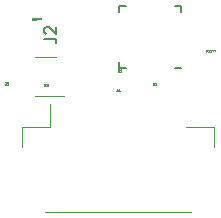
<source format=gbr>
G04 #@! TF.GenerationSoftware,KiCad,Pcbnew,5.0.1-33cea8e~67~ubuntu16.04.1*
G04 #@! TF.CreationDate,2018-10-18T10:52:16-04:00*
G04 #@! TF.ProjectId,IMU Breakout,494D5520427265616B6F75742E6B6963,rev?*
G04 #@! TF.SameCoordinates,Original*
G04 #@! TF.FileFunction,Legend,Top*
G04 #@! TF.FilePolarity,Positive*
%FSLAX46Y46*%
G04 Gerber Fmt 4.6, Leading zero omitted, Abs format (unit mm)*
G04 Created by KiCad (PCBNEW 5.0.1-33cea8e~67~ubuntu16.04.1) date Thu 18 Oct 2018 10:52:16 AM EDT*
%MOMM*%
%LPD*%
G01*
G04 APERTURE LIST*
%ADD10C,0.120000*%
%ADD11C,0.150000*%
%ADD12C,0.025000*%
G04 APERTURE END LIST*
D10*
G04 #@! TO.C,J1*
X2190000Y-14210000D02*
X2190000Y-12510000D01*
X2190000Y-12510000D02*
X4540000Y-12510000D01*
X4540000Y-12510000D02*
X4540000Y-10570000D01*
X18410000Y-14210000D02*
X18410000Y-12510000D01*
X18410000Y-12510000D02*
X16060000Y-12510000D01*
X4110000Y-19680000D02*
X16490000Y-19680000D01*
D11*
G04 #@! TO.C,U1*
X10425000Y-7485000D02*
X10425000Y-6960000D01*
X15675000Y-2235000D02*
X15675000Y-2760000D01*
X10425000Y-2235000D02*
X10425000Y-2760000D01*
X15675000Y-7485000D02*
X15150000Y-7485000D01*
X15675000Y-2235000D02*
X15150000Y-2235000D01*
X10425000Y-2235000D02*
X10950000Y-2235000D01*
X10425000Y-7485000D02*
X10950000Y-7485000D01*
D10*
G04 #@! TO.C,U3*
X5050000Y-6590000D02*
X3250000Y-6590000D01*
X3250000Y-9810000D02*
X5700000Y-9810000D01*
G04 #@! TO.C,C6*
D12*
X951428Y-8833333D02*
X960952Y-8842857D01*
X970476Y-8871428D01*
X970476Y-8890476D01*
X960952Y-8919047D01*
X941904Y-8938095D01*
X922857Y-8947619D01*
X884761Y-8957142D01*
X856190Y-8957142D01*
X818095Y-8947619D01*
X799047Y-8938095D01*
X780000Y-8919047D01*
X770476Y-8890476D01*
X770476Y-8871428D01*
X780000Y-8842857D01*
X789523Y-8833333D01*
X770476Y-8661904D02*
X770476Y-8700000D01*
X780000Y-8719047D01*
X789523Y-8728571D01*
X818095Y-8747619D01*
X856190Y-8757142D01*
X932380Y-8757142D01*
X951428Y-8747619D01*
X960952Y-8738095D01*
X970476Y-8719047D01*
X970476Y-8680952D01*
X960952Y-8661904D01*
X951428Y-8652380D01*
X932380Y-8642857D01*
X884761Y-8642857D01*
X865714Y-8652380D01*
X856190Y-8661904D01*
X846666Y-8680952D01*
X846666Y-8719047D01*
X856190Y-8738095D01*
X865714Y-8747619D01*
X884761Y-8757142D01*
G04 #@! TO.C,J1*
X10233333Y-9260476D02*
X10233333Y-9403333D01*
X10223809Y-9431904D01*
X10204761Y-9450952D01*
X10176190Y-9460476D01*
X10157142Y-9460476D01*
X10433333Y-9460476D02*
X10319047Y-9460476D01*
X10376190Y-9460476D02*
X10376190Y-9260476D01*
X10357142Y-9289047D01*
X10338095Y-9308095D01*
X10319047Y-9317619D01*
G04 #@! TO.C,U1*
X10267619Y-7600476D02*
X10267619Y-7762380D01*
X10277142Y-7781428D01*
X10286666Y-7790952D01*
X10305714Y-7800476D01*
X10343809Y-7800476D01*
X10362857Y-7790952D01*
X10372380Y-7781428D01*
X10381904Y-7762380D01*
X10381904Y-7600476D01*
X10581904Y-7800476D02*
X10467619Y-7800476D01*
X10524761Y-7800476D02*
X10524761Y-7600476D01*
X10505714Y-7629047D01*
X10486666Y-7648095D01*
X10467619Y-7657619D01*
G04 #@! TO.C,U3*
X4027619Y-8800476D02*
X4027619Y-8962380D01*
X4037142Y-8981428D01*
X4046666Y-8990952D01*
X4065714Y-9000476D01*
X4103809Y-9000476D01*
X4122857Y-8990952D01*
X4132380Y-8981428D01*
X4141904Y-8962380D01*
X4141904Y-8800476D01*
X4218095Y-8800476D02*
X4341904Y-8800476D01*
X4275238Y-8876666D01*
X4303809Y-8876666D01*
X4322857Y-8886190D01*
X4332380Y-8895714D01*
X4341904Y-8914761D01*
X4341904Y-8962380D01*
X4332380Y-8981428D01*
X4322857Y-8990952D01*
X4303809Y-9000476D01*
X4246666Y-9000476D01*
X4227619Y-8990952D01*
X4218095Y-8981428D01*
G04 #@! TO.C,REF\002A\002A*
X3133333Y-3420476D02*
X3066666Y-3325238D01*
X3019047Y-3420476D02*
X3019047Y-3220476D01*
X3095238Y-3220476D01*
X3114285Y-3230000D01*
X3123809Y-3239523D01*
X3133333Y-3258571D01*
X3133333Y-3287142D01*
X3123809Y-3306190D01*
X3114285Y-3315714D01*
X3095238Y-3325238D01*
X3019047Y-3325238D01*
X3219047Y-3315714D02*
X3285714Y-3315714D01*
X3314285Y-3420476D02*
X3219047Y-3420476D01*
X3219047Y-3220476D01*
X3314285Y-3220476D01*
X3466666Y-3315714D02*
X3400000Y-3315714D01*
X3400000Y-3420476D02*
X3400000Y-3220476D01*
X3495238Y-3220476D01*
X3600000Y-3220476D02*
X3600000Y-3268095D01*
X3552380Y-3249047D02*
X3600000Y-3268095D01*
X3647619Y-3249047D01*
X3571428Y-3306190D02*
X3600000Y-3268095D01*
X3628571Y-3306190D01*
X3752380Y-3220476D02*
X3752380Y-3268095D01*
X3704761Y-3249047D02*
X3752380Y-3268095D01*
X3800000Y-3249047D01*
X3723809Y-3306190D02*
X3752380Y-3268095D01*
X3780952Y-3306190D01*
X17883333Y-6130476D02*
X17816666Y-6035238D01*
X17769047Y-6130476D02*
X17769047Y-5930476D01*
X17845238Y-5930476D01*
X17864285Y-5940000D01*
X17873809Y-5949523D01*
X17883333Y-5968571D01*
X17883333Y-5997142D01*
X17873809Y-6016190D01*
X17864285Y-6025714D01*
X17845238Y-6035238D01*
X17769047Y-6035238D01*
X17969047Y-6025714D02*
X18035714Y-6025714D01*
X18064285Y-6130476D02*
X17969047Y-6130476D01*
X17969047Y-5930476D01*
X18064285Y-5930476D01*
X18216666Y-6025714D02*
X18150000Y-6025714D01*
X18150000Y-6130476D02*
X18150000Y-5930476D01*
X18245238Y-5930476D01*
X18350000Y-5930476D02*
X18350000Y-5978095D01*
X18302380Y-5959047D02*
X18350000Y-5978095D01*
X18397619Y-5959047D01*
X18321428Y-6016190D02*
X18350000Y-5978095D01*
X18378571Y-6016190D01*
X18502380Y-5930476D02*
X18502380Y-5978095D01*
X18454761Y-5959047D02*
X18502380Y-5978095D01*
X18550000Y-5959047D01*
X18473809Y-6016190D02*
X18502380Y-5978095D01*
X18530952Y-6016190D01*
G04 #@! TO.C,R1*
X13351666Y-8920476D02*
X13285000Y-8825238D01*
X13237380Y-8920476D02*
X13237380Y-8720476D01*
X13313571Y-8720476D01*
X13332619Y-8730000D01*
X13342142Y-8739523D01*
X13351666Y-8758571D01*
X13351666Y-8787142D01*
X13342142Y-8806190D01*
X13332619Y-8815714D01*
X13313571Y-8825238D01*
X13237380Y-8825238D01*
X13542142Y-8920476D02*
X13427857Y-8920476D01*
X13485000Y-8920476D02*
X13485000Y-8720476D01*
X13465952Y-8749047D01*
X13446904Y-8768095D01*
X13427857Y-8777619D01*
G04 #@! TO.C,J2*
D11*
X4074380Y-4989333D02*
X4788666Y-4989333D01*
X4931523Y-5036952D01*
X5026761Y-5132190D01*
X5074380Y-5275047D01*
X5074380Y-5370285D01*
X4169619Y-4560761D02*
X4122000Y-4513142D01*
X4074380Y-4417904D01*
X4074380Y-4179809D01*
X4122000Y-4084571D01*
X4169619Y-4036952D01*
X4264857Y-3989333D01*
X4360095Y-3989333D01*
X4502952Y-4036952D01*
X5074380Y-4608380D01*
X5074380Y-3989333D01*
G04 #@! TD*
M02*

</source>
